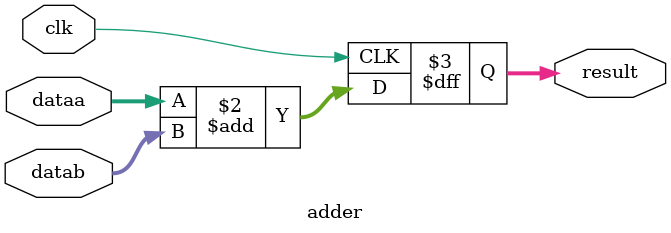
<source format=v>
module adder
(
	input [7:0] dataa,
	input [7:0] datab,
	input clk,
	output reg [8:0] result
);

	always @ (posedge clk)
	begin
		result <= dataa + datab;
	end

endmodule

</source>
